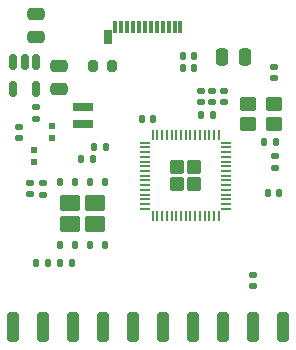
<source format=gbr>
%TF.GenerationSoftware,KiCad,Pcbnew,9.0.4*%
%TF.CreationDate,2025-09-01T14:21:50+02:00*%
%TF.ProjectId,rp2350_gpio_card,72703233-3530-45f6-9770-696f5f636172,X1*%
%TF.SameCoordinates,Original*%
%TF.FileFunction,Paste,Top*%
%TF.FilePolarity,Positive*%
%FSLAX46Y46*%
G04 Gerber Fmt 4.6, Leading zero omitted, Abs format (unit mm)*
G04 Created by KiCad (PCBNEW 9.0.4) date 2025-09-01 14:21:50*
%MOMM*%
%LPD*%
G01*
G04 APERTURE LIST*
G04 Aperture macros list*
%AMRoundRect*
0 Rectangle with rounded corners*
0 $1 Rounding radius*
0 $2 $3 $4 $5 $6 $7 $8 $9 X,Y pos of 4 corners*
0 Add a 4 corners polygon primitive as box body*
4,1,4,$2,$3,$4,$5,$6,$7,$8,$9,$2,$3,0*
0 Add four circle primitives for the rounded corners*
1,1,$1+$1,$2,$3*
1,1,$1+$1,$4,$5*
1,1,$1+$1,$6,$7*
1,1,$1+$1,$8,$9*
0 Add four rect primitives between the rounded corners*
20,1,$1+$1,$2,$3,$4,$5,0*
20,1,$1+$1,$4,$5,$6,$7,0*
20,1,$1+$1,$6,$7,$8,$9,0*
20,1,$1+$1,$8,$9,$2,$3,0*%
%AMFreePoly0*
4,1,18,-0.437500,0.050000,-0.433694,0.069134,-0.422855,0.085355,-0.406634,0.096194,-0.387500,0.100000,0.387500,0.100000,0.437500,0.050000,0.437500,-0.050000,0.433694,-0.069134,0.422855,-0.085355,0.406634,-0.096194,0.387500,-0.100000,-0.387500,-0.100000,-0.406634,-0.096194,-0.422855,-0.085355,-0.433694,-0.069134,-0.437500,-0.050000,-0.437500,0.050000,-0.437500,0.050000,$1*%
%AMFreePoly1*
4,1,18,-0.437500,0.050000,-0.433694,0.069134,-0.422855,0.085355,-0.406634,0.096194,-0.387500,0.100000,0.387500,0.100000,0.406634,0.096194,0.422855,0.085355,0.433694,0.069134,0.437500,0.050000,0.437500,-0.050000,0.387500,-0.100000,-0.387500,-0.100000,-0.406634,-0.096194,-0.422855,-0.085355,-0.433694,-0.069134,-0.437500,-0.050000,-0.437500,0.050000,-0.437500,0.050000,$1*%
%AMFreePoly2*
4,1,18,-0.100000,0.387500,-0.050000,0.437500,0.050000,0.437500,0.069134,0.433694,0.085355,0.422855,0.096194,0.406634,0.100000,0.387500,0.100000,-0.387500,0.096194,-0.406634,0.085355,-0.422855,0.069134,-0.433694,0.050000,-0.437500,-0.050000,-0.437500,-0.069134,-0.433694,-0.085355,-0.422855,-0.096194,-0.406634,-0.100000,-0.387500,-0.100000,0.387500,-0.100000,0.387500,$1*%
%AMFreePoly3*
4,1,18,-0.100000,0.387500,-0.096194,0.406634,-0.085355,0.422855,-0.069134,0.433694,-0.050000,0.437500,0.050000,0.437500,0.100000,0.387500,0.100000,-0.387500,0.096194,-0.406634,0.085355,-0.422855,0.069134,-0.433694,0.050000,-0.437500,-0.050000,-0.437500,-0.069134,-0.433694,-0.085355,-0.422855,-0.096194,-0.406634,-0.100000,-0.387500,-0.100000,0.387500,-0.100000,0.387500,$1*%
%AMFreePoly4*
4,1,18,-0.437500,0.050000,-0.433694,0.069134,-0.422855,0.085355,-0.406634,0.096194,-0.387500,0.100000,0.387500,0.100000,0.406634,0.096194,0.422855,0.085355,0.433694,0.069134,0.437500,0.050000,0.437500,-0.050000,0.433694,-0.069134,0.422855,-0.085355,0.406634,-0.096194,0.387500,-0.100000,-0.387500,-0.100000,-0.437500,-0.050000,-0.437500,0.050000,-0.437500,0.050000,$1*%
%AMFreePoly5*
4,1,18,-0.437500,0.050000,-0.387500,0.100000,0.387500,0.100000,0.406634,0.096194,0.422855,0.085355,0.433694,0.069134,0.437500,0.050000,0.437500,-0.050000,0.433694,-0.069134,0.422855,-0.085355,0.406634,-0.096194,0.387500,-0.100000,-0.387500,-0.100000,-0.406634,-0.096194,-0.422855,-0.085355,-0.433694,-0.069134,-0.437500,-0.050000,-0.437500,0.050000,-0.437500,0.050000,$1*%
%AMFreePoly6*
4,1,18,-0.100000,0.387500,-0.096194,0.406634,-0.085355,0.422855,-0.069134,0.433694,-0.050000,0.437500,0.050000,0.437500,0.069134,0.433694,0.085355,0.422855,0.096194,0.406634,0.100000,0.387500,0.100000,-0.387500,0.050000,-0.437500,-0.050000,-0.437500,-0.069134,-0.433694,-0.085355,-0.422855,-0.096194,-0.406634,-0.100000,-0.387500,-0.100000,0.387500,-0.100000,0.387500,$1*%
%AMFreePoly7*
4,1,18,-0.100000,0.387500,-0.096194,0.406634,-0.085355,0.422855,-0.069134,0.433694,-0.050000,0.437500,0.050000,0.437500,0.069134,0.433694,0.085355,0.422855,0.096194,0.406634,0.100000,0.387500,0.100000,-0.387500,0.096194,-0.406634,0.085355,-0.422855,0.069134,-0.433694,0.050000,-0.437500,-0.050000,-0.437500,-0.100000,-0.387500,-0.100000,0.387500,-0.100000,0.387500,$1*%
G04 Aperture macros list end*
%ADD10RoundRect,0.200000X0.200000X0.275000X-0.200000X0.275000X-0.200000X-0.275000X0.200000X-0.275000X0*%
%ADD11R,0.380000X1.000000*%
%ADD12R,0.700000X1.150000*%
%ADD13RoundRect,0.135000X0.185000X-0.135000X0.185000X0.135000X-0.185000X0.135000X-0.185000X-0.135000X0*%
%ADD14RoundRect,0.250000X0.475000X-0.250000X0.475000X0.250000X-0.475000X0.250000X-0.475000X-0.250000X0*%
%ADD15RoundRect,0.135000X-0.185000X0.135000X-0.185000X-0.135000X0.185000X-0.135000X0.185000X0.135000X0*%
%ADD16RoundRect,0.250000X0.450000X0.350000X-0.450000X0.350000X-0.450000X-0.350000X0.450000X-0.350000X0*%
%ADD17R,0.530000X0.470000*%
%ADD18RoundRect,0.140000X0.140000X0.170000X-0.140000X0.170000X-0.140000X-0.170000X0.140000X-0.170000X0*%
%ADD19RoundRect,0.250000X-0.250000X-0.475000X0.250000X-0.475000X0.250000X0.475000X-0.250000X0.475000X0*%
%ADD20RoundRect,0.140000X-0.140000X-0.170000X0.140000X-0.170000X0.140000X0.170000X-0.140000X0.170000X0*%
%ADD21RoundRect,0.140000X-0.170000X0.140000X-0.170000X-0.140000X0.170000X-0.140000X0.170000X0.140000X0*%
%ADD22RoundRect,0.250000X-0.250000X1.000000X-0.250000X-1.000000X0.250000X-1.000000X0.250000X1.000000X0*%
%ADD23RoundRect,0.135000X-0.135000X-0.185000X0.135000X-0.185000X0.135000X0.185000X-0.135000X0.185000X0*%
%ADD24RoundRect,0.150000X-0.150000X0.512500X-0.150000X-0.512500X0.150000X-0.512500X0.150000X0.512500X0*%
%ADD25RoundRect,0.140000X0.170000X-0.140000X0.170000X0.140000X-0.170000X0.140000X-0.170000X-0.140000X0*%
%ADD26RoundRect,0.250000X0.615000X-0.435000X0.615000X0.435000X-0.615000X0.435000X-0.615000X-0.435000X0*%
%ADD27RoundRect,0.125000X0.125000X-0.250000X0.125000X0.250000X-0.125000X0.250000X-0.125000X-0.250000X0*%
%ADD28RoundRect,0.135000X0.135000X0.185000X-0.135000X0.185000X-0.135000X-0.185000X0.135000X-0.185000X0*%
%ADD29RoundRect,0.250000X0.350000X-0.350000X0.350000X0.350000X-0.350000X0.350000X-0.350000X-0.350000X0*%
%ADD30FreePoly0,90.000000*%
%ADD31RoundRect,0.050000X0.050000X-0.387500X0.050000X0.387500X-0.050000X0.387500X-0.050000X-0.387500X0*%
%ADD32FreePoly1,90.000000*%
%ADD33FreePoly2,90.000000*%
%ADD34RoundRect,0.050000X0.387500X-0.050000X0.387500X0.050000X-0.387500X0.050000X-0.387500X-0.050000X0*%
%ADD35FreePoly3,90.000000*%
%ADD36FreePoly4,90.000000*%
%ADD37FreePoly5,90.000000*%
%ADD38FreePoly6,90.000000*%
%ADD39FreePoly7,90.000000*%
%ADD40R,1.700000X0.700000*%
G04 APERTURE END LIST*
D10*
%TO.C,R4*%
X100530183Y-57546434D03*
X98880183Y-57546434D03*
%TD*%
D11*
%TO.C,P1*%
X100805183Y-54186434D03*
X101305183Y-54186434D03*
X101805183Y-54186434D03*
X102305183Y-54186434D03*
X102805183Y-54186434D03*
X103305183Y-54186434D03*
X103805183Y-54186434D03*
X104305183Y-54186434D03*
X104805183Y-54186434D03*
X105305183Y-54186434D03*
X105805183Y-54186434D03*
X106305183Y-54186434D03*
D12*
X100135183Y-55026434D03*
%TD*%
D13*
%TO.C,R8*%
X114300000Y-66110000D03*
X114300000Y-65090000D03*
%TD*%
D14*
%TO.C,C19*%
X94055183Y-55046434D03*
X94055183Y-53146434D03*
%TD*%
D15*
%TO.C,R5*%
X94700000Y-67390000D03*
X94700000Y-68410000D03*
%TD*%
D16*
%TO.C,Y1*%
X114235183Y-60726434D03*
X112035183Y-60726434D03*
X112035183Y-62426434D03*
X114235183Y-62426434D03*
%TD*%
D17*
%TO.C,C1*%
X93905000Y-65635000D03*
X93905000Y-64605000D03*
%TD*%
D18*
%TO.C,C9*%
X107480000Y-57700000D03*
X106520000Y-57700000D03*
%TD*%
D19*
%TO.C,C2*%
X109855183Y-56746434D03*
X111755183Y-56746434D03*
%TD*%
D20*
%TO.C,C10*%
X108075183Y-61646434D03*
X109035183Y-61646434D03*
%TD*%
D21*
%TO.C,C17*%
X93600000Y-67420000D03*
X93600000Y-68380000D03*
%TD*%
D22*
%TO.C,J2*%
X114985183Y-79600000D03*
X112445183Y-79600000D03*
X109905183Y-79600000D03*
X107365183Y-79600000D03*
X104825183Y-79600000D03*
X102285183Y-79600000D03*
X99745183Y-79600000D03*
X97205183Y-79600000D03*
X94665183Y-79600000D03*
X92125183Y-79600000D03*
%TD*%
D18*
%TO.C,C8*%
X103980000Y-62000000D03*
X103020000Y-62000000D03*
%TD*%
D17*
%TO.C,C3*%
X95400000Y-62585000D03*
X95400000Y-63615000D03*
%TD*%
D21*
%TO.C,C5*%
X92605000Y-62640000D03*
X92605000Y-63600000D03*
%TD*%
D23*
%TO.C,R3*%
X98990000Y-64400000D03*
X100010000Y-64400000D03*
%TD*%
D24*
%TO.C,U4*%
X94067683Y-57208934D03*
X93117683Y-57208934D03*
X92167683Y-57208934D03*
X92167683Y-59483934D03*
X94067683Y-59483934D03*
%TD*%
D15*
%TO.C,R1*%
X94100000Y-60990000D03*
X94100000Y-62010000D03*
%TD*%
D23*
%TO.C,R7*%
X94090000Y-74200000D03*
X95110000Y-74200000D03*
%TD*%
D25*
%TO.C,C15*%
X114235183Y-58526434D03*
X114235183Y-57566434D03*
%TD*%
D23*
%TO.C,R2*%
X97890000Y-65400000D03*
X98910000Y-65400000D03*
%TD*%
D14*
%TO.C,C21*%
X96005183Y-59446434D03*
X96005183Y-57546434D03*
%TD*%
D20*
%TO.C,C12*%
X113720000Y-68300000D03*
X114680000Y-68300000D03*
%TD*%
D25*
%TO.C,C4*%
X110005183Y-60576434D03*
X110005183Y-59616434D03*
%TD*%
D26*
%TO.C,U2*%
X96930183Y-70846434D03*
X99080183Y-70846434D03*
X96930183Y-69146434D03*
X99080183Y-69146434D03*
D27*
X96100183Y-72696434D03*
X97370183Y-72696434D03*
X98640183Y-72696434D03*
X99910183Y-72696434D03*
X99910183Y-67296434D03*
X98640183Y-67296434D03*
X97370183Y-67296434D03*
X96100183Y-67296434D03*
%TD*%
D25*
%TO.C,C6*%
X109005183Y-60576434D03*
X109005183Y-59616434D03*
%TD*%
%TO.C,C7*%
X108005183Y-60576434D03*
X108005183Y-59616434D03*
%TD*%
%TO.C,C13*%
X112455183Y-76176434D03*
X112455183Y-75216434D03*
%TD*%
D28*
%TO.C,R6*%
X97120000Y-74200000D03*
X96100000Y-74200000D03*
%TD*%
D18*
%TO.C,C14*%
X107480000Y-56700000D03*
X106520000Y-56700000D03*
%TD*%
D20*
%TO.C,C16*%
X113405183Y-63956434D03*
X114365183Y-63956434D03*
%TD*%
D29*
%TO.C,U1*%
X106055183Y-67496434D03*
X107455183Y-67496434D03*
X106055183Y-66096434D03*
X107455183Y-66096434D03*
D30*
X103955183Y-70233934D03*
D31*
X104355183Y-70233934D03*
X104755183Y-70233934D03*
X105155183Y-70233934D03*
X105555183Y-70233934D03*
X105955183Y-70233934D03*
X106355183Y-70233934D03*
X106755183Y-70233934D03*
X107155183Y-70233934D03*
X107555183Y-70233934D03*
X107955183Y-70233934D03*
X108355183Y-70233934D03*
X108755183Y-70233934D03*
X109155183Y-70233934D03*
D32*
X109555183Y-70233934D03*
D33*
X110192683Y-69596434D03*
D34*
X110192683Y-69196434D03*
X110192683Y-68796434D03*
X110192683Y-68396434D03*
X110192683Y-67996434D03*
X110192683Y-67596434D03*
X110192683Y-67196434D03*
X110192683Y-66796434D03*
X110192683Y-66396434D03*
X110192683Y-65996434D03*
X110192683Y-65596434D03*
X110192683Y-65196434D03*
X110192683Y-64796434D03*
X110192683Y-64396434D03*
D35*
X110192683Y-63996434D03*
D36*
X109555183Y-63358934D03*
D31*
X109155183Y-63358934D03*
X108755183Y-63358934D03*
X108355183Y-63358934D03*
X107955183Y-63358934D03*
X107555183Y-63358934D03*
X107155183Y-63358934D03*
X106755183Y-63358934D03*
X106355183Y-63358934D03*
X105955183Y-63358934D03*
X105555183Y-63358934D03*
X105155183Y-63358934D03*
X104755183Y-63358934D03*
X104355183Y-63358934D03*
D37*
X103955183Y-63358934D03*
D38*
X103317683Y-63996434D03*
D34*
X103317683Y-64396434D03*
X103317683Y-64796434D03*
X103317683Y-65196434D03*
X103317683Y-65596434D03*
X103317683Y-65996434D03*
X103317683Y-66396434D03*
X103317683Y-66796434D03*
X103317683Y-67196434D03*
X103317683Y-67596434D03*
X103317683Y-67996434D03*
X103317683Y-68396434D03*
X103317683Y-68796434D03*
X103317683Y-69196434D03*
D39*
X103317683Y-69596434D03*
%TD*%
D40*
%TO.C,L1*%
X98018156Y-62400000D03*
X98018156Y-61000000D03*
%TD*%
M02*

</source>
